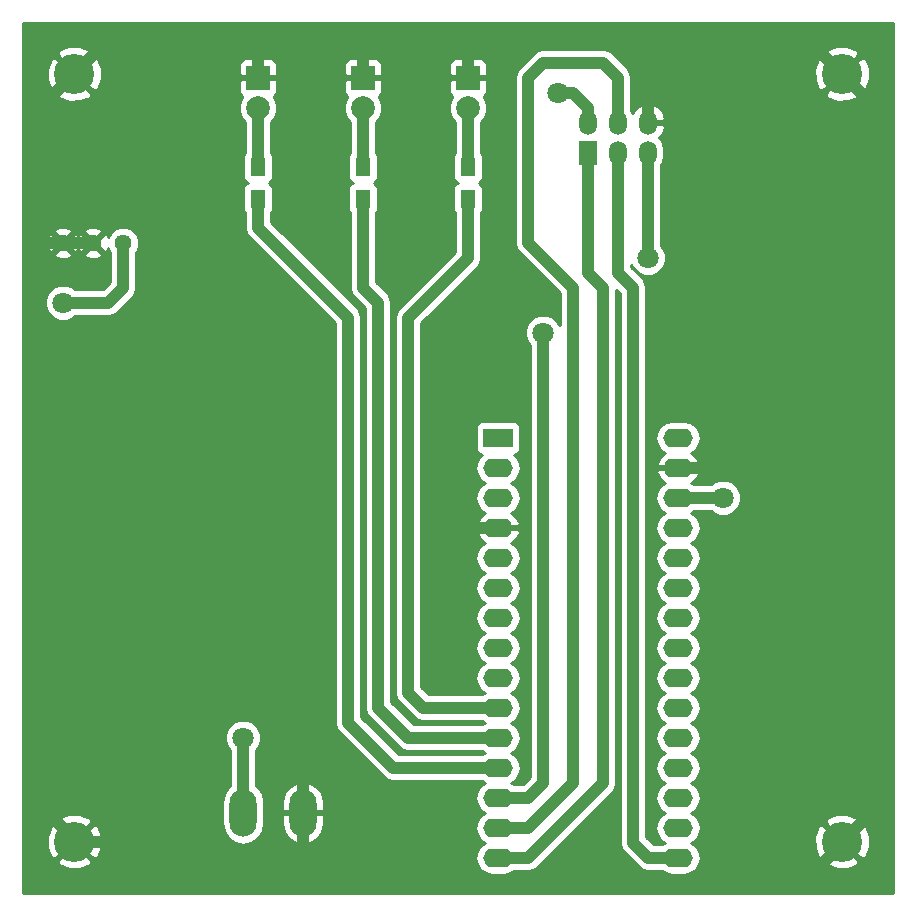
<source format=gbr>
G04 #@! TF.FileFunction,Copper,L2,Bot,Signal*
%FSLAX46Y46*%
G04 Gerber Fmt 4.6, Leading zero omitted, Abs format (unit mm)*
G04 Created by KiCad (PCBNEW 4.0.7) date 04/23/18 15:12:37*
%MOMM*%
%LPD*%
G01*
G04 APERTURE LIST*
%ADD10C,0.100000*%
%ADD11R,2.000000X2.000000*%
%ADD12C,2.000000*%
%ADD13C,3.400000*%
%ADD14O,2.300000X4.000000*%
%ADD15R,1.500000X2.000000*%
%ADD16O,1.500000X2.000000*%
%ADD17R,1.300000X1.500000*%
%ADD18C,1.440000*%
%ADD19R,2.500000X1.600000*%
%ADD20O,2.500000X1.600000*%
%ADD21C,1.800000*%
%ADD22C,1.000000*%
%ADD23C,0.254000*%
G04 APERTURE END LIST*
D10*
D11*
X158340000Y-60320000D03*
D12*
X158340000Y-62860000D03*
D11*
X149450000Y-60320000D03*
D12*
X149450000Y-62860000D03*
D11*
X140560000Y-60320000D03*
D12*
X140560000Y-62860000D03*
D13*
X190000000Y-60000000D03*
X125000000Y-60000000D03*
X125000000Y-125000000D03*
X190000000Y-125000000D03*
D14*
X139290000Y-122550000D03*
X144370000Y-122550000D03*
D15*
X168500000Y-66670000D03*
D16*
X168500000Y-64130000D03*
X171040000Y-66670000D03*
X171040000Y-64130000D03*
X173580000Y-66670000D03*
X173580000Y-64130000D03*
D17*
X158340000Y-67860000D03*
X158340000Y-70560000D03*
X149450000Y-67860000D03*
X149450000Y-70560000D03*
X140560000Y-67860000D03*
X140560000Y-70560000D03*
D18*
X129130000Y-74290000D03*
X126590000Y-74290000D03*
X124050000Y-74290000D03*
D19*
X160880000Y-90800000D03*
D20*
X160880000Y-93340000D03*
X160880000Y-95880000D03*
X160880000Y-98420000D03*
X160880000Y-100960000D03*
X160880000Y-103500000D03*
X160880000Y-106040000D03*
X160880000Y-108580000D03*
X160880000Y-111120000D03*
X160880000Y-113660000D03*
X160880000Y-116200000D03*
X160880000Y-118740000D03*
X160880000Y-121280000D03*
X160880000Y-123820000D03*
X160880000Y-126360000D03*
X176120000Y-126360000D03*
X176120000Y-123820000D03*
X176120000Y-121280000D03*
X176120000Y-118740000D03*
X176120000Y-116200000D03*
X176120000Y-113660000D03*
X176120000Y-111120000D03*
X176120000Y-108580000D03*
X176120000Y-106040000D03*
X176120000Y-103500000D03*
X176120000Y-100960000D03*
X176120000Y-98420000D03*
X176120000Y-95880000D03*
X176120000Y-93340000D03*
X176120000Y-90800000D03*
D21*
X157070000Y-98420000D03*
X144370000Y-116200000D03*
X192630000Y-95880000D03*
X179930000Y-95880000D03*
X139290000Y-116200000D03*
X165960000Y-61590000D03*
X164690000Y-81910000D03*
X173580000Y-75560000D03*
X124050000Y-79370000D03*
D22*
X190000000Y-125000000D02*
X190000000Y-125180000D01*
X190000000Y-125180000D02*
X187550000Y-127630000D01*
X154530000Y-126360000D02*
X144370000Y-126360000D01*
X157070000Y-128900000D02*
X154530000Y-126360000D01*
X178660000Y-128900000D02*
X157070000Y-128900000D01*
X179930000Y-127630000D02*
X178660000Y-128900000D01*
X187550000Y-127630000D02*
X179930000Y-127630000D01*
X158340000Y-56510000D02*
X158340000Y-60320000D01*
X140560000Y-56510000D02*
X140560000Y-60320000D01*
X160880000Y-98420000D02*
X157070000Y-98420000D01*
X144370000Y-122550000D02*
X144370000Y-116200000D01*
X124050000Y-74290000D02*
X121510000Y-74290000D01*
X125000000Y-125000000D02*
X125000000Y-124770000D01*
X125000000Y-124770000D02*
X121510000Y-121280000D01*
X121510000Y-121280000D02*
X121510000Y-74290000D01*
X121510000Y-63490000D02*
X125000000Y-60000000D01*
X121510000Y-74290000D02*
X121510000Y-63490000D01*
X140560000Y-56510000D02*
X128490000Y-56510000D01*
X128490000Y-56510000D02*
X125000000Y-60000000D01*
X176120000Y-93340000D02*
X192630000Y-93340000D01*
X192630000Y-95880000D02*
X192630000Y-93340000D01*
X192630000Y-93340000D02*
X192630000Y-62630000D01*
X192630000Y-62630000D02*
X190000000Y-60000000D01*
X192630000Y-95880000D02*
X192630000Y-122370000D01*
X192630000Y-122370000D02*
X190000000Y-125000000D01*
X173580000Y-64130000D02*
X173580000Y-56510000D01*
X149450000Y-60320000D02*
X149450000Y-56510000D01*
X186510000Y-56510000D02*
X190000000Y-60000000D01*
X173580000Y-56510000D02*
X186510000Y-56510000D01*
X140560000Y-56510000D02*
X149450000Y-56510000D01*
X149450000Y-56510000D02*
X158340000Y-56510000D01*
X158340000Y-56510000D02*
X173580000Y-56510000D01*
X144370000Y-122550000D02*
X144370000Y-126360000D01*
X127770000Y-125000000D02*
X125000000Y-125000000D01*
X129130000Y-126360000D02*
X127770000Y-125000000D01*
X144370000Y-126360000D02*
X129130000Y-126360000D01*
X126590000Y-74290000D02*
X124050000Y-74290000D01*
X176120000Y-95880000D02*
X179930000Y-95880000D01*
X139290000Y-122550000D02*
X139290000Y-116200000D01*
X168500000Y-64130000D02*
X168500000Y-62860000D01*
X167230000Y-61590000D02*
X165960000Y-61590000D01*
X168500000Y-62860000D02*
X167230000Y-61590000D01*
X158340000Y-62860000D02*
X158340000Y-67860000D01*
X149450000Y-62860000D02*
X149450000Y-67860000D01*
X140560000Y-62860000D02*
X140560000Y-67860000D01*
X168500000Y-66670000D02*
X168500000Y-76830000D01*
X163420000Y-126360000D02*
X169770000Y-120010000D01*
X169770000Y-120010000D02*
X169770000Y-81910000D01*
X163420000Y-126360000D02*
X160880000Y-126360000D01*
X169770000Y-78100000D02*
X169770000Y-81910000D01*
X168500000Y-76830000D02*
X169770000Y-78100000D01*
X171040000Y-66670000D02*
X171040000Y-76830000D01*
X173580000Y-126360000D02*
X172310000Y-125090000D01*
X172310000Y-125090000D02*
X172310000Y-81910000D01*
X173580000Y-126360000D02*
X176120000Y-126360000D01*
X172310000Y-78100000D02*
X172310000Y-81910000D01*
X171040000Y-76830000D02*
X172310000Y-78100000D01*
X171040000Y-64130000D02*
X171040000Y-60320000D01*
X163420000Y-123820000D02*
X167230000Y-120010000D01*
X167230000Y-120010000D02*
X167230000Y-81910000D01*
X163420000Y-123820000D02*
X160880000Y-123820000D01*
X167230000Y-78100000D02*
X167230000Y-81910000D01*
X163420000Y-74290000D02*
X167230000Y-78100000D01*
X163420000Y-60320000D02*
X163420000Y-74290000D01*
X164690000Y-59050000D02*
X163420000Y-60320000D01*
X169770000Y-59050000D02*
X164690000Y-59050000D01*
X171040000Y-60320000D02*
X169770000Y-59050000D01*
X163420000Y-121280000D02*
X164690000Y-120010000D01*
X164690000Y-120010000D02*
X164690000Y-81910000D01*
X160880000Y-121280000D02*
X163420000Y-121280000D01*
X173580000Y-75560000D02*
X173580000Y-66670000D01*
X129130000Y-78100000D02*
X129130000Y-74290000D01*
X127860000Y-79370000D02*
X129130000Y-78100000D01*
X124050000Y-79370000D02*
X127860000Y-79370000D01*
X158340000Y-70560000D02*
X158340000Y-75560000D01*
X153260000Y-80640000D02*
X153260000Y-112390000D01*
X154530000Y-113660000D02*
X153260000Y-112390000D01*
X154530000Y-113660000D02*
X160880000Y-113660000D01*
X158340000Y-75560000D02*
X153260000Y-80640000D01*
X150720000Y-113660000D02*
X150720000Y-79370000D01*
X153260000Y-116200000D02*
X150720000Y-113660000D01*
X160880000Y-116200000D02*
X153260000Y-116200000D01*
X149450000Y-78100000D02*
X149450000Y-70560000D01*
X150720000Y-79370000D02*
X149450000Y-78100000D01*
X140560000Y-70560000D02*
X140560000Y-73020000D01*
X148180000Y-80640000D02*
X140560000Y-73020000D01*
X151990000Y-118740000D02*
X160880000Y-118740000D01*
X151990000Y-118740000D02*
X148180000Y-114930000D01*
X148180000Y-114930000D02*
X148180000Y-80640000D01*
D23*
G36*
X194315000Y-129315000D02*
X120685000Y-129315000D01*
X120685000Y-126658422D01*
X123521183Y-126658422D01*
X123705371Y-126997970D01*
X124568509Y-127341316D01*
X125497336Y-127328218D01*
X126294629Y-126997970D01*
X126478817Y-126658422D01*
X125000000Y-125179605D01*
X123521183Y-126658422D01*
X120685000Y-126658422D01*
X120685000Y-124568509D01*
X122658684Y-124568509D01*
X122671782Y-125497336D01*
X123002030Y-126294629D01*
X123341578Y-126478817D01*
X124820395Y-125000000D01*
X125179605Y-125000000D01*
X126658422Y-126478817D01*
X126997970Y-126294629D01*
X127341316Y-125431491D01*
X127328218Y-124502664D01*
X126997970Y-123705371D01*
X126658422Y-123521183D01*
X125179605Y-125000000D01*
X124820395Y-125000000D01*
X123341578Y-123521183D01*
X123002030Y-123705371D01*
X122658684Y-124568509D01*
X120685000Y-124568509D01*
X120685000Y-123341578D01*
X123521183Y-123341578D01*
X125000000Y-124820395D01*
X126478817Y-123341578D01*
X126294629Y-123002030D01*
X125431491Y-122658684D01*
X124502664Y-122671782D01*
X123705371Y-123002030D01*
X123521183Y-123341578D01*
X120685000Y-123341578D01*
X120685000Y-121648377D01*
X137505000Y-121648377D01*
X137505000Y-123451623D01*
X137640875Y-124134713D01*
X138027814Y-124713809D01*
X138606910Y-125100748D01*
X139290000Y-125236623D01*
X139973090Y-125100748D01*
X140552186Y-124713809D01*
X140939125Y-124134713D01*
X141075000Y-123451623D01*
X141075000Y-122677000D01*
X142585000Y-122677000D01*
X142585000Y-123527000D01*
X142769476Y-124200423D01*
X143197617Y-124751988D01*
X143804243Y-125097726D01*
X143966036Y-125138688D01*
X144243000Y-125021283D01*
X144243000Y-122677000D01*
X144497000Y-122677000D01*
X144497000Y-125021283D01*
X144773964Y-125138688D01*
X144935757Y-125097726D01*
X145542383Y-124751988D01*
X145970524Y-124200423D01*
X146155000Y-123527000D01*
X146155000Y-122677000D01*
X144497000Y-122677000D01*
X144243000Y-122677000D01*
X142585000Y-122677000D01*
X141075000Y-122677000D01*
X141075000Y-121648377D01*
X141060007Y-121573000D01*
X142585000Y-121573000D01*
X142585000Y-122423000D01*
X144243000Y-122423000D01*
X144243000Y-120078717D01*
X144497000Y-120078717D01*
X144497000Y-122423000D01*
X146155000Y-122423000D01*
X146155000Y-121573000D01*
X145970524Y-120899577D01*
X145542383Y-120348012D01*
X144935757Y-120002274D01*
X144773964Y-119961312D01*
X144497000Y-120078717D01*
X144243000Y-120078717D01*
X143966036Y-119961312D01*
X143804243Y-120002274D01*
X143197617Y-120348012D01*
X142769476Y-120899577D01*
X142585000Y-121573000D01*
X141060007Y-121573000D01*
X140939125Y-120965287D01*
X140552186Y-120386191D01*
X140425000Y-120301208D01*
X140425000Y-117235905D01*
X140590551Y-117070643D01*
X140824733Y-116506670D01*
X140825265Y-115896009D01*
X140592068Y-115331629D01*
X140160643Y-114899449D01*
X139596670Y-114665267D01*
X138986009Y-114664735D01*
X138421629Y-114897932D01*
X137989449Y-115329357D01*
X137755267Y-115893330D01*
X137754735Y-116503991D01*
X137987932Y-117068371D01*
X138155000Y-117235731D01*
X138155000Y-120301208D01*
X138027814Y-120386191D01*
X137640875Y-120965287D01*
X137505000Y-121648377D01*
X120685000Y-121648377D01*
X120685000Y-79673991D01*
X122514735Y-79673991D01*
X122747932Y-80238371D01*
X123179357Y-80670551D01*
X123743330Y-80904733D01*
X124353991Y-80905265D01*
X124918371Y-80672068D01*
X125085731Y-80505000D01*
X127860000Y-80505000D01*
X128294346Y-80418603D01*
X128662566Y-80172566D01*
X129932566Y-78902566D01*
X130156494Y-78567434D01*
X130178603Y-78534346D01*
X130265000Y-78100000D01*
X130265000Y-75071568D01*
X130278043Y-75058548D01*
X130484764Y-74560709D01*
X130485235Y-74021656D01*
X130279383Y-73523457D01*
X129898548Y-73141957D01*
X129400709Y-72935236D01*
X128861656Y-72934765D01*
X128363457Y-73140617D01*
X127981957Y-73521452D01*
X127866661Y-73799116D01*
X127777611Y-73584131D01*
X127539774Y-73519831D01*
X126769605Y-74290000D01*
X127539774Y-75060169D01*
X127777611Y-74995869D01*
X127859669Y-74763828D01*
X127980617Y-75056543D01*
X127995000Y-75070951D01*
X127995000Y-77629868D01*
X127389868Y-78235000D01*
X125085905Y-78235000D01*
X124920643Y-78069449D01*
X124356670Y-77835267D01*
X123746009Y-77834735D01*
X123181629Y-78067932D01*
X122749449Y-78499357D01*
X122515267Y-79063330D01*
X122514735Y-79673991D01*
X120685000Y-79673991D01*
X120685000Y-75239774D01*
X123279831Y-75239774D01*
X123344131Y-75477611D01*
X123852342Y-75657333D01*
X124390644Y-75628892D01*
X124755869Y-75477611D01*
X124820169Y-75239774D01*
X125819831Y-75239774D01*
X125884131Y-75477611D01*
X126392342Y-75657333D01*
X126930644Y-75628892D01*
X127295869Y-75477611D01*
X127360169Y-75239774D01*
X126590000Y-74469605D01*
X125819831Y-75239774D01*
X124820169Y-75239774D01*
X124050000Y-74469605D01*
X123279831Y-75239774D01*
X120685000Y-75239774D01*
X120685000Y-74092342D01*
X122682667Y-74092342D01*
X122711108Y-74630644D01*
X122862389Y-74995869D01*
X123100226Y-75060169D01*
X123870395Y-74290000D01*
X124229605Y-74290000D01*
X124999774Y-75060169D01*
X125237611Y-74995869D01*
X125313500Y-74781272D01*
X125402389Y-74995869D01*
X125640226Y-75060169D01*
X126410395Y-74290000D01*
X125640226Y-73519831D01*
X125402389Y-73584131D01*
X125326500Y-73798728D01*
X125237611Y-73584131D01*
X124999774Y-73519831D01*
X124229605Y-74290000D01*
X123870395Y-74290000D01*
X123100226Y-73519831D01*
X122862389Y-73584131D01*
X122682667Y-74092342D01*
X120685000Y-74092342D01*
X120685000Y-73340226D01*
X123279831Y-73340226D01*
X124050000Y-74110395D01*
X124820169Y-73340226D01*
X125819831Y-73340226D01*
X126590000Y-74110395D01*
X127360169Y-73340226D01*
X127295869Y-73102389D01*
X126787658Y-72922667D01*
X126249356Y-72951108D01*
X125884131Y-73102389D01*
X125819831Y-73340226D01*
X124820169Y-73340226D01*
X124755869Y-73102389D01*
X124247658Y-72922667D01*
X123709356Y-72951108D01*
X123344131Y-73102389D01*
X123279831Y-73340226D01*
X120685000Y-73340226D01*
X120685000Y-63183795D01*
X138924716Y-63183795D01*
X139173106Y-63784943D01*
X139425000Y-64037278D01*
X139425000Y-66695025D01*
X139313569Y-66858110D01*
X139262560Y-67110000D01*
X139262560Y-68610000D01*
X139306838Y-68845317D01*
X139445910Y-69061441D01*
X139658110Y-69206431D01*
X139671197Y-69209081D01*
X139458559Y-69345910D01*
X139313569Y-69558110D01*
X139262560Y-69810000D01*
X139262560Y-71310000D01*
X139306838Y-71545317D01*
X139425000Y-71728946D01*
X139425000Y-73020000D01*
X139511397Y-73454346D01*
X139533506Y-73487434D01*
X139757434Y-73822566D01*
X147045000Y-81110132D01*
X147045000Y-114930000D01*
X147131397Y-115364346D01*
X147377434Y-115732566D01*
X151187434Y-119542566D01*
X151555655Y-119788604D01*
X151990000Y-119875000D01*
X159558417Y-119875000D01*
X159760459Y-120010000D01*
X159378373Y-120265302D01*
X159067304Y-120730849D01*
X158958071Y-121280000D01*
X159067304Y-121829151D01*
X159378373Y-122294698D01*
X159760459Y-122550000D01*
X159378373Y-122805302D01*
X159067304Y-123270849D01*
X158958071Y-123820000D01*
X159067304Y-124369151D01*
X159378373Y-124834698D01*
X159760459Y-125090000D01*
X159378373Y-125345302D01*
X159067304Y-125810849D01*
X158958071Y-126360000D01*
X159067304Y-126909151D01*
X159378373Y-127374698D01*
X159843920Y-127685767D01*
X160393071Y-127795000D01*
X161366929Y-127795000D01*
X161916080Y-127685767D01*
X162201583Y-127495000D01*
X163420000Y-127495000D01*
X163854346Y-127408603D01*
X164222566Y-127162566D01*
X170572566Y-120812566D01*
X170818603Y-120444346D01*
X170905000Y-120010000D01*
X170905000Y-78300132D01*
X171175000Y-78570132D01*
X171175000Y-125090000D01*
X171261397Y-125524346D01*
X171507434Y-125892566D01*
X172777434Y-127162566D01*
X173145654Y-127408603D01*
X173580000Y-127495000D01*
X174798417Y-127495000D01*
X175083920Y-127685767D01*
X175633071Y-127795000D01*
X176606929Y-127795000D01*
X177156080Y-127685767D01*
X177621627Y-127374698D01*
X177932696Y-126909151D01*
X177982569Y-126658422D01*
X188521183Y-126658422D01*
X188705371Y-126997970D01*
X189568509Y-127341316D01*
X190497336Y-127328218D01*
X191294629Y-126997970D01*
X191478817Y-126658422D01*
X190000000Y-125179605D01*
X188521183Y-126658422D01*
X177982569Y-126658422D01*
X178041929Y-126360000D01*
X177932696Y-125810849D01*
X177621627Y-125345302D01*
X177239541Y-125090000D01*
X177621627Y-124834698D01*
X177799489Y-124568509D01*
X187658684Y-124568509D01*
X187671782Y-125497336D01*
X188002030Y-126294629D01*
X188341578Y-126478817D01*
X189820395Y-125000000D01*
X190179605Y-125000000D01*
X191658422Y-126478817D01*
X191997970Y-126294629D01*
X192341316Y-125431491D01*
X192328218Y-124502664D01*
X191997970Y-123705371D01*
X191658422Y-123521183D01*
X190179605Y-125000000D01*
X189820395Y-125000000D01*
X188341578Y-123521183D01*
X188002030Y-123705371D01*
X187658684Y-124568509D01*
X177799489Y-124568509D01*
X177932696Y-124369151D01*
X178041929Y-123820000D01*
X177946765Y-123341578D01*
X188521183Y-123341578D01*
X190000000Y-124820395D01*
X191478817Y-123341578D01*
X191294629Y-123002030D01*
X190431491Y-122658684D01*
X189502664Y-122671782D01*
X188705371Y-123002030D01*
X188521183Y-123341578D01*
X177946765Y-123341578D01*
X177932696Y-123270849D01*
X177621627Y-122805302D01*
X177239541Y-122550000D01*
X177621627Y-122294698D01*
X177932696Y-121829151D01*
X178041929Y-121280000D01*
X177932696Y-120730849D01*
X177621627Y-120265302D01*
X177239541Y-120010000D01*
X177621627Y-119754698D01*
X177932696Y-119289151D01*
X178041929Y-118740000D01*
X177932696Y-118190849D01*
X177621627Y-117725302D01*
X177239541Y-117470000D01*
X177621627Y-117214698D01*
X177932696Y-116749151D01*
X178041929Y-116200000D01*
X177932696Y-115650849D01*
X177621627Y-115185302D01*
X177239541Y-114930000D01*
X177621627Y-114674698D01*
X177932696Y-114209151D01*
X178041929Y-113660000D01*
X177932696Y-113110849D01*
X177621627Y-112645302D01*
X177239541Y-112390000D01*
X177621627Y-112134698D01*
X177932696Y-111669151D01*
X178041929Y-111120000D01*
X177932696Y-110570849D01*
X177621627Y-110105302D01*
X177239541Y-109850000D01*
X177621627Y-109594698D01*
X177932696Y-109129151D01*
X178041929Y-108580000D01*
X177932696Y-108030849D01*
X177621627Y-107565302D01*
X177239541Y-107310000D01*
X177621627Y-107054698D01*
X177932696Y-106589151D01*
X178041929Y-106040000D01*
X177932696Y-105490849D01*
X177621627Y-105025302D01*
X177239541Y-104770000D01*
X177621627Y-104514698D01*
X177932696Y-104049151D01*
X178041929Y-103500000D01*
X177932696Y-102950849D01*
X177621627Y-102485302D01*
X177239541Y-102230000D01*
X177621627Y-101974698D01*
X177932696Y-101509151D01*
X178041929Y-100960000D01*
X177932696Y-100410849D01*
X177621627Y-99945302D01*
X177239541Y-99690000D01*
X177621627Y-99434698D01*
X177932696Y-98969151D01*
X178041929Y-98420000D01*
X177932696Y-97870849D01*
X177621627Y-97405302D01*
X177239541Y-97150000D01*
X177441583Y-97015000D01*
X178894095Y-97015000D01*
X179059357Y-97180551D01*
X179623330Y-97414733D01*
X180233991Y-97415265D01*
X180798371Y-97182068D01*
X181230551Y-96750643D01*
X181464733Y-96186670D01*
X181465265Y-95576009D01*
X181232068Y-95011629D01*
X180800643Y-94579449D01*
X180236670Y-94345267D01*
X179626009Y-94344735D01*
X179061629Y-94577932D01*
X178894269Y-94745000D01*
X177441583Y-94745000D01*
X177242738Y-94612136D01*
X177674500Y-94264896D01*
X177944367Y-93771819D01*
X177961904Y-93689039D01*
X177839915Y-93467000D01*
X176247000Y-93467000D01*
X176247000Y-93487000D01*
X175993000Y-93487000D01*
X175993000Y-93467000D01*
X174400085Y-93467000D01*
X174278096Y-93689039D01*
X174295633Y-93771819D01*
X174565500Y-94264896D01*
X174997262Y-94612136D01*
X174618373Y-94865302D01*
X174307304Y-95330849D01*
X174198071Y-95880000D01*
X174307304Y-96429151D01*
X174618373Y-96894698D01*
X175000459Y-97150000D01*
X174618373Y-97405302D01*
X174307304Y-97870849D01*
X174198071Y-98420000D01*
X174307304Y-98969151D01*
X174618373Y-99434698D01*
X175000459Y-99690000D01*
X174618373Y-99945302D01*
X174307304Y-100410849D01*
X174198071Y-100960000D01*
X174307304Y-101509151D01*
X174618373Y-101974698D01*
X175000459Y-102230000D01*
X174618373Y-102485302D01*
X174307304Y-102950849D01*
X174198071Y-103500000D01*
X174307304Y-104049151D01*
X174618373Y-104514698D01*
X175000459Y-104770000D01*
X174618373Y-105025302D01*
X174307304Y-105490849D01*
X174198071Y-106040000D01*
X174307304Y-106589151D01*
X174618373Y-107054698D01*
X175000459Y-107310000D01*
X174618373Y-107565302D01*
X174307304Y-108030849D01*
X174198071Y-108580000D01*
X174307304Y-109129151D01*
X174618373Y-109594698D01*
X175000459Y-109850000D01*
X174618373Y-110105302D01*
X174307304Y-110570849D01*
X174198071Y-111120000D01*
X174307304Y-111669151D01*
X174618373Y-112134698D01*
X175000459Y-112390000D01*
X174618373Y-112645302D01*
X174307304Y-113110849D01*
X174198071Y-113660000D01*
X174307304Y-114209151D01*
X174618373Y-114674698D01*
X175000459Y-114930000D01*
X174618373Y-115185302D01*
X174307304Y-115650849D01*
X174198071Y-116200000D01*
X174307304Y-116749151D01*
X174618373Y-117214698D01*
X175000459Y-117470000D01*
X174618373Y-117725302D01*
X174307304Y-118190849D01*
X174198071Y-118740000D01*
X174307304Y-119289151D01*
X174618373Y-119754698D01*
X175000459Y-120010000D01*
X174618373Y-120265302D01*
X174307304Y-120730849D01*
X174198071Y-121280000D01*
X174307304Y-121829151D01*
X174618373Y-122294698D01*
X175000459Y-122550000D01*
X174618373Y-122805302D01*
X174307304Y-123270849D01*
X174198071Y-123820000D01*
X174307304Y-124369151D01*
X174618373Y-124834698D01*
X175000459Y-125090000D01*
X174798417Y-125225000D01*
X174050132Y-125225000D01*
X173445000Y-124619868D01*
X173445000Y-90800000D01*
X174198071Y-90800000D01*
X174307304Y-91349151D01*
X174618373Y-91814698D01*
X174997262Y-92067864D01*
X174565500Y-92415104D01*
X174295633Y-92908181D01*
X174278096Y-92990961D01*
X174400085Y-93213000D01*
X175993000Y-93213000D01*
X175993000Y-93193000D01*
X176247000Y-93193000D01*
X176247000Y-93213000D01*
X177839915Y-93213000D01*
X177961904Y-92990961D01*
X177944367Y-92908181D01*
X177674500Y-92415104D01*
X177242738Y-92067864D01*
X177621627Y-91814698D01*
X177932696Y-91349151D01*
X178041929Y-90800000D01*
X177932696Y-90250849D01*
X177621627Y-89785302D01*
X177156080Y-89474233D01*
X176606929Y-89365000D01*
X175633071Y-89365000D01*
X175083920Y-89474233D01*
X174618373Y-89785302D01*
X174307304Y-90250849D01*
X174198071Y-90800000D01*
X173445000Y-90800000D01*
X173445000Y-78100000D01*
X173358603Y-77665654D01*
X173112566Y-77297434D01*
X172175000Y-76359868D01*
X172175000Y-76179256D01*
X172277932Y-76428371D01*
X172709357Y-76860551D01*
X173273330Y-77094733D01*
X173883991Y-77095265D01*
X174448371Y-76862068D01*
X174880551Y-76430643D01*
X175114733Y-75866670D01*
X175115265Y-75256009D01*
X174882068Y-74691629D01*
X174715000Y-74524269D01*
X174715000Y-67698418D01*
X174859573Y-67482049D01*
X174965000Y-66952032D01*
X174965000Y-66387968D01*
X174859573Y-65857951D01*
X174559343Y-65408625D01*
X174530446Y-65389317D01*
X174829964Y-65001721D01*
X174972739Y-64476055D01*
X174811868Y-64257000D01*
X173707000Y-64257000D01*
X173707000Y-64277000D01*
X173453000Y-64277000D01*
X173453000Y-64257000D01*
X173433000Y-64257000D01*
X173433000Y-64003000D01*
X173453000Y-64003000D01*
X173453000Y-62660344D01*
X173707000Y-62660344D01*
X173707000Y-64003000D01*
X174811868Y-64003000D01*
X174972739Y-63783945D01*
X174829964Y-63258279D01*
X174496894Y-62827264D01*
X174024235Y-62556519D01*
X173921185Y-62537682D01*
X173707000Y-62660344D01*
X173453000Y-62660344D01*
X173238815Y-62537682D01*
X173135765Y-62556519D01*
X172663106Y-62827264D01*
X172330036Y-63258279D01*
X172315489Y-63311839D01*
X172175000Y-63101582D01*
X172175000Y-61658422D01*
X188521183Y-61658422D01*
X188705371Y-61997970D01*
X189568509Y-62341316D01*
X190497336Y-62328218D01*
X191294629Y-61997970D01*
X191478817Y-61658422D01*
X190000000Y-60179605D01*
X188521183Y-61658422D01*
X172175000Y-61658422D01*
X172175000Y-60320000D01*
X172088603Y-59885654D01*
X171876694Y-59568509D01*
X187658684Y-59568509D01*
X187671782Y-60497336D01*
X188002030Y-61294629D01*
X188341578Y-61478817D01*
X189820395Y-60000000D01*
X190179605Y-60000000D01*
X191658422Y-61478817D01*
X191997970Y-61294629D01*
X192341316Y-60431491D01*
X192328218Y-59502664D01*
X191997970Y-58705371D01*
X191658422Y-58521183D01*
X190179605Y-60000000D01*
X189820395Y-60000000D01*
X188341578Y-58521183D01*
X188002030Y-58705371D01*
X187658684Y-59568509D01*
X171876694Y-59568509D01*
X171842566Y-59517434D01*
X170666710Y-58341578D01*
X188521183Y-58341578D01*
X190000000Y-59820395D01*
X191478817Y-58341578D01*
X191294629Y-58002030D01*
X190431491Y-57658684D01*
X189502664Y-57671782D01*
X188705371Y-58002030D01*
X188521183Y-58341578D01*
X170666710Y-58341578D01*
X170572566Y-58247434D01*
X170204346Y-58001397D01*
X169770000Y-57915000D01*
X164690000Y-57915000D01*
X164255654Y-58001397D01*
X163887434Y-58247434D01*
X162617434Y-59517434D01*
X162371397Y-59885654D01*
X162285000Y-60320000D01*
X162285000Y-74290000D01*
X162371397Y-74724346D01*
X162393506Y-74757434D01*
X162617434Y-75092566D01*
X166095000Y-78570132D01*
X166095000Y-81290744D01*
X165992068Y-81041629D01*
X165560643Y-80609449D01*
X164996670Y-80375267D01*
X164386009Y-80374735D01*
X163821629Y-80607932D01*
X163389449Y-81039357D01*
X163155267Y-81603330D01*
X163154735Y-82213991D01*
X163387932Y-82778371D01*
X163555000Y-82945731D01*
X163555000Y-119539868D01*
X162949868Y-120145000D01*
X162201583Y-120145000D01*
X161999541Y-120010000D01*
X162381627Y-119754698D01*
X162692696Y-119289151D01*
X162801929Y-118740000D01*
X162692696Y-118190849D01*
X162381627Y-117725302D01*
X161999541Y-117470000D01*
X162381627Y-117214698D01*
X162692696Y-116749151D01*
X162801929Y-116200000D01*
X162692696Y-115650849D01*
X162381627Y-115185302D01*
X161999541Y-114930000D01*
X162381627Y-114674698D01*
X162692696Y-114209151D01*
X162801929Y-113660000D01*
X162692696Y-113110849D01*
X162381627Y-112645302D01*
X161999541Y-112390000D01*
X162381627Y-112134698D01*
X162692696Y-111669151D01*
X162801929Y-111120000D01*
X162692696Y-110570849D01*
X162381627Y-110105302D01*
X161999541Y-109850000D01*
X162381627Y-109594698D01*
X162692696Y-109129151D01*
X162801929Y-108580000D01*
X162692696Y-108030849D01*
X162381627Y-107565302D01*
X161999541Y-107310000D01*
X162381627Y-107054698D01*
X162692696Y-106589151D01*
X162801929Y-106040000D01*
X162692696Y-105490849D01*
X162381627Y-105025302D01*
X161999541Y-104770000D01*
X162381627Y-104514698D01*
X162692696Y-104049151D01*
X162801929Y-103500000D01*
X162692696Y-102950849D01*
X162381627Y-102485302D01*
X161999541Y-102230000D01*
X162381627Y-101974698D01*
X162692696Y-101509151D01*
X162801929Y-100960000D01*
X162692696Y-100410849D01*
X162381627Y-99945302D01*
X162002738Y-99692136D01*
X162434500Y-99344896D01*
X162704367Y-98851819D01*
X162721904Y-98769039D01*
X162599915Y-98547000D01*
X161007000Y-98547000D01*
X161007000Y-98567000D01*
X160753000Y-98567000D01*
X160753000Y-98547000D01*
X159160085Y-98547000D01*
X159038096Y-98769039D01*
X159055633Y-98851819D01*
X159325500Y-99344896D01*
X159757262Y-99692136D01*
X159378373Y-99945302D01*
X159067304Y-100410849D01*
X158958071Y-100960000D01*
X159067304Y-101509151D01*
X159378373Y-101974698D01*
X159760459Y-102230000D01*
X159378373Y-102485302D01*
X159067304Y-102950849D01*
X158958071Y-103500000D01*
X159067304Y-104049151D01*
X159378373Y-104514698D01*
X159760459Y-104770000D01*
X159378373Y-105025302D01*
X159067304Y-105490849D01*
X158958071Y-106040000D01*
X159067304Y-106589151D01*
X159378373Y-107054698D01*
X159760459Y-107310000D01*
X159378373Y-107565302D01*
X159067304Y-108030849D01*
X158958071Y-108580000D01*
X159067304Y-109129151D01*
X159378373Y-109594698D01*
X159760459Y-109850000D01*
X159378373Y-110105302D01*
X159067304Y-110570849D01*
X158958071Y-111120000D01*
X159067304Y-111669151D01*
X159378373Y-112134698D01*
X159760459Y-112390000D01*
X159558417Y-112525000D01*
X155000132Y-112525000D01*
X154395000Y-111919868D01*
X154395000Y-93340000D01*
X158958071Y-93340000D01*
X159067304Y-93889151D01*
X159378373Y-94354698D01*
X159760459Y-94610000D01*
X159378373Y-94865302D01*
X159067304Y-95330849D01*
X158958071Y-95880000D01*
X159067304Y-96429151D01*
X159378373Y-96894698D01*
X159757262Y-97147864D01*
X159325500Y-97495104D01*
X159055633Y-97988181D01*
X159038096Y-98070961D01*
X159160085Y-98293000D01*
X160753000Y-98293000D01*
X160753000Y-98273000D01*
X161007000Y-98273000D01*
X161007000Y-98293000D01*
X162599915Y-98293000D01*
X162721904Y-98070961D01*
X162704367Y-97988181D01*
X162434500Y-97495104D01*
X162002738Y-97147864D01*
X162381627Y-96894698D01*
X162692696Y-96429151D01*
X162801929Y-95880000D01*
X162692696Y-95330849D01*
X162381627Y-94865302D01*
X161999541Y-94610000D01*
X162381627Y-94354698D01*
X162692696Y-93889151D01*
X162801929Y-93340000D01*
X162692696Y-92790849D01*
X162381627Y-92325302D01*
X162235413Y-92227605D01*
X162365317Y-92203162D01*
X162581441Y-92064090D01*
X162726431Y-91851890D01*
X162777440Y-91600000D01*
X162777440Y-90000000D01*
X162733162Y-89764683D01*
X162594090Y-89548559D01*
X162381890Y-89403569D01*
X162130000Y-89352560D01*
X159630000Y-89352560D01*
X159394683Y-89396838D01*
X159178559Y-89535910D01*
X159033569Y-89748110D01*
X158982560Y-90000000D01*
X158982560Y-91600000D01*
X159026838Y-91835317D01*
X159165910Y-92051441D01*
X159378110Y-92196431D01*
X159526323Y-92226445D01*
X159378373Y-92325302D01*
X159067304Y-92790849D01*
X158958071Y-93340000D01*
X154395000Y-93340000D01*
X154395000Y-81110132D01*
X159142566Y-76362566D01*
X159366494Y-76027434D01*
X159388603Y-75994346D01*
X159475000Y-75560000D01*
X159475000Y-71724975D01*
X159586431Y-71561890D01*
X159637440Y-71310000D01*
X159637440Y-69810000D01*
X159593162Y-69574683D01*
X159454090Y-69358559D01*
X159241890Y-69213569D01*
X159228803Y-69210919D01*
X159441441Y-69074090D01*
X159586431Y-68861890D01*
X159637440Y-68610000D01*
X159637440Y-67110000D01*
X159593162Y-66874683D01*
X159475000Y-66691054D01*
X159475000Y-64037204D01*
X159725278Y-63787363D01*
X159974716Y-63186648D01*
X159975284Y-62536205D01*
X159726894Y-61935057D01*
X159664749Y-61872804D01*
X159699699Y-61858327D01*
X159878327Y-61679698D01*
X159975000Y-61446309D01*
X159975000Y-60605750D01*
X159816250Y-60447000D01*
X158467000Y-60447000D01*
X158467000Y-60467000D01*
X158213000Y-60467000D01*
X158213000Y-60447000D01*
X156863750Y-60447000D01*
X156705000Y-60605750D01*
X156705000Y-61446309D01*
X156801673Y-61679698D01*
X156980301Y-61858327D01*
X157014833Y-61872631D01*
X156954722Y-61932637D01*
X156705284Y-62533352D01*
X156704716Y-63183795D01*
X156953106Y-63784943D01*
X157205000Y-64037278D01*
X157205000Y-66695025D01*
X157093569Y-66858110D01*
X157042560Y-67110000D01*
X157042560Y-68610000D01*
X157086838Y-68845317D01*
X157225910Y-69061441D01*
X157438110Y-69206431D01*
X157451197Y-69209081D01*
X157238559Y-69345910D01*
X157093569Y-69558110D01*
X157042560Y-69810000D01*
X157042560Y-71310000D01*
X157086838Y-71545317D01*
X157205000Y-71728946D01*
X157205000Y-75089868D01*
X152457434Y-79837434D01*
X152211397Y-80205654D01*
X152125000Y-80640000D01*
X152125000Y-112390000D01*
X152211397Y-112824346D01*
X152457434Y-113192566D01*
X153727434Y-114462566D01*
X154095654Y-114708603D01*
X154530000Y-114795000D01*
X159558417Y-114795000D01*
X159760459Y-114930000D01*
X159558417Y-115065000D01*
X153730133Y-115065000D01*
X151855000Y-113189868D01*
X151855000Y-79370000D01*
X151768603Y-78935654D01*
X151522566Y-78567434D01*
X150585000Y-77629868D01*
X150585000Y-71724975D01*
X150696431Y-71561890D01*
X150747440Y-71310000D01*
X150747440Y-69810000D01*
X150703162Y-69574683D01*
X150564090Y-69358559D01*
X150351890Y-69213569D01*
X150338803Y-69210919D01*
X150551441Y-69074090D01*
X150696431Y-68861890D01*
X150747440Y-68610000D01*
X150747440Y-67110000D01*
X150703162Y-66874683D01*
X150585000Y-66691054D01*
X150585000Y-64037204D01*
X150835278Y-63787363D01*
X151084716Y-63186648D01*
X151085284Y-62536205D01*
X150836894Y-61935057D01*
X150774749Y-61872804D01*
X150809699Y-61858327D01*
X150988327Y-61679698D01*
X151085000Y-61446309D01*
X151085000Y-60605750D01*
X150926250Y-60447000D01*
X149577000Y-60447000D01*
X149577000Y-60467000D01*
X149323000Y-60467000D01*
X149323000Y-60447000D01*
X147973750Y-60447000D01*
X147815000Y-60605750D01*
X147815000Y-61446309D01*
X147911673Y-61679698D01*
X148090301Y-61858327D01*
X148124833Y-61872631D01*
X148064722Y-61932637D01*
X147815284Y-62533352D01*
X147814716Y-63183795D01*
X148063106Y-63784943D01*
X148315000Y-64037278D01*
X148315000Y-66695025D01*
X148203569Y-66858110D01*
X148152560Y-67110000D01*
X148152560Y-68610000D01*
X148196838Y-68845317D01*
X148335910Y-69061441D01*
X148548110Y-69206431D01*
X148561197Y-69209081D01*
X148348559Y-69345910D01*
X148203569Y-69558110D01*
X148152560Y-69810000D01*
X148152560Y-71310000D01*
X148196838Y-71545317D01*
X148315000Y-71728946D01*
X148315000Y-78100000D01*
X148401397Y-78534346D01*
X148423506Y-78567434D01*
X148647434Y-78902566D01*
X149585000Y-79840132D01*
X149585000Y-113660000D01*
X149671397Y-114094346D01*
X149917434Y-114462566D01*
X152457433Y-117002566D01*
X152825654Y-117248603D01*
X153260000Y-117335000D01*
X159558417Y-117335000D01*
X159760459Y-117470000D01*
X159558417Y-117605000D01*
X152460132Y-117605000D01*
X149315000Y-114459868D01*
X149315000Y-80640000D01*
X149228603Y-80205654D01*
X148982566Y-79837434D01*
X141695000Y-72549868D01*
X141695000Y-71724975D01*
X141806431Y-71561890D01*
X141857440Y-71310000D01*
X141857440Y-69810000D01*
X141813162Y-69574683D01*
X141674090Y-69358559D01*
X141461890Y-69213569D01*
X141448803Y-69210919D01*
X141661441Y-69074090D01*
X141806431Y-68861890D01*
X141857440Y-68610000D01*
X141857440Y-67110000D01*
X141813162Y-66874683D01*
X141695000Y-66691054D01*
X141695000Y-64037204D01*
X141945278Y-63787363D01*
X142194716Y-63186648D01*
X142195284Y-62536205D01*
X141946894Y-61935057D01*
X141884749Y-61872804D01*
X141919699Y-61858327D01*
X142098327Y-61679698D01*
X142195000Y-61446309D01*
X142195000Y-60605750D01*
X142036250Y-60447000D01*
X140687000Y-60447000D01*
X140687000Y-60467000D01*
X140433000Y-60467000D01*
X140433000Y-60447000D01*
X139083750Y-60447000D01*
X138925000Y-60605750D01*
X138925000Y-61446309D01*
X139021673Y-61679698D01*
X139200301Y-61858327D01*
X139234833Y-61872631D01*
X139174722Y-61932637D01*
X138925284Y-62533352D01*
X138924716Y-63183795D01*
X120685000Y-63183795D01*
X120685000Y-61658422D01*
X123521183Y-61658422D01*
X123705371Y-61997970D01*
X124568509Y-62341316D01*
X125497336Y-62328218D01*
X126294629Y-61997970D01*
X126478817Y-61658422D01*
X125000000Y-60179605D01*
X123521183Y-61658422D01*
X120685000Y-61658422D01*
X120685000Y-59568509D01*
X122658684Y-59568509D01*
X122671782Y-60497336D01*
X123002030Y-61294629D01*
X123341578Y-61478817D01*
X124820395Y-60000000D01*
X125179605Y-60000000D01*
X126658422Y-61478817D01*
X126997970Y-61294629D01*
X127341316Y-60431491D01*
X127328218Y-59502664D01*
X127200238Y-59193691D01*
X138925000Y-59193691D01*
X138925000Y-60034250D01*
X139083750Y-60193000D01*
X140433000Y-60193000D01*
X140433000Y-58843750D01*
X140687000Y-58843750D01*
X140687000Y-60193000D01*
X142036250Y-60193000D01*
X142195000Y-60034250D01*
X142195000Y-59193691D01*
X147815000Y-59193691D01*
X147815000Y-60034250D01*
X147973750Y-60193000D01*
X149323000Y-60193000D01*
X149323000Y-58843750D01*
X149577000Y-58843750D01*
X149577000Y-60193000D01*
X150926250Y-60193000D01*
X151085000Y-60034250D01*
X151085000Y-59193691D01*
X156705000Y-59193691D01*
X156705000Y-60034250D01*
X156863750Y-60193000D01*
X158213000Y-60193000D01*
X158213000Y-58843750D01*
X158467000Y-58843750D01*
X158467000Y-60193000D01*
X159816250Y-60193000D01*
X159975000Y-60034250D01*
X159975000Y-59193691D01*
X159878327Y-58960302D01*
X159699699Y-58781673D01*
X159466310Y-58685000D01*
X158625750Y-58685000D01*
X158467000Y-58843750D01*
X158213000Y-58843750D01*
X158054250Y-58685000D01*
X157213690Y-58685000D01*
X156980301Y-58781673D01*
X156801673Y-58960302D01*
X156705000Y-59193691D01*
X151085000Y-59193691D01*
X150988327Y-58960302D01*
X150809699Y-58781673D01*
X150576310Y-58685000D01*
X149735750Y-58685000D01*
X149577000Y-58843750D01*
X149323000Y-58843750D01*
X149164250Y-58685000D01*
X148323690Y-58685000D01*
X148090301Y-58781673D01*
X147911673Y-58960302D01*
X147815000Y-59193691D01*
X142195000Y-59193691D01*
X142098327Y-58960302D01*
X141919699Y-58781673D01*
X141686310Y-58685000D01*
X140845750Y-58685000D01*
X140687000Y-58843750D01*
X140433000Y-58843750D01*
X140274250Y-58685000D01*
X139433690Y-58685000D01*
X139200301Y-58781673D01*
X139021673Y-58960302D01*
X138925000Y-59193691D01*
X127200238Y-59193691D01*
X126997970Y-58705371D01*
X126658422Y-58521183D01*
X125179605Y-60000000D01*
X124820395Y-60000000D01*
X123341578Y-58521183D01*
X123002030Y-58705371D01*
X122658684Y-59568509D01*
X120685000Y-59568509D01*
X120685000Y-58341578D01*
X123521183Y-58341578D01*
X125000000Y-59820395D01*
X126478817Y-58341578D01*
X126294629Y-58002030D01*
X125431491Y-57658684D01*
X124502664Y-57671782D01*
X123705371Y-58002030D01*
X123521183Y-58341578D01*
X120685000Y-58341578D01*
X120685000Y-55685000D01*
X194315000Y-55685000D01*
X194315000Y-129315000D01*
X194315000Y-129315000D01*
G37*
X194315000Y-129315000D02*
X120685000Y-129315000D01*
X120685000Y-126658422D01*
X123521183Y-126658422D01*
X123705371Y-126997970D01*
X124568509Y-127341316D01*
X125497336Y-127328218D01*
X126294629Y-126997970D01*
X126478817Y-126658422D01*
X125000000Y-125179605D01*
X123521183Y-126658422D01*
X120685000Y-126658422D01*
X120685000Y-124568509D01*
X122658684Y-124568509D01*
X122671782Y-125497336D01*
X123002030Y-126294629D01*
X123341578Y-126478817D01*
X124820395Y-125000000D01*
X125179605Y-125000000D01*
X126658422Y-126478817D01*
X126997970Y-126294629D01*
X127341316Y-125431491D01*
X127328218Y-124502664D01*
X126997970Y-123705371D01*
X126658422Y-123521183D01*
X125179605Y-125000000D01*
X124820395Y-125000000D01*
X123341578Y-123521183D01*
X123002030Y-123705371D01*
X122658684Y-124568509D01*
X120685000Y-124568509D01*
X120685000Y-123341578D01*
X123521183Y-123341578D01*
X125000000Y-124820395D01*
X126478817Y-123341578D01*
X126294629Y-123002030D01*
X125431491Y-122658684D01*
X124502664Y-122671782D01*
X123705371Y-123002030D01*
X123521183Y-123341578D01*
X120685000Y-123341578D01*
X120685000Y-121648377D01*
X137505000Y-121648377D01*
X137505000Y-123451623D01*
X137640875Y-124134713D01*
X138027814Y-124713809D01*
X138606910Y-125100748D01*
X139290000Y-125236623D01*
X139973090Y-125100748D01*
X140552186Y-124713809D01*
X140939125Y-124134713D01*
X141075000Y-123451623D01*
X141075000Y-122677000D01*
X142585000Y-122677000D01*
X142585000Y-123527000D01*
X142769476Y-124200423D01*
X143197617Y-124751988D01*
X143804243Y-125097726D01*
X143966036Y-125138688D01*
X144243000Y-125021283D01*
X144243000Y-122677000D01*
X144497000Y-122677000D01*
X144497000Y-125021283D01*
X144773964Y-125138688D01*
X144935757Y-125097726D01*
X145542383Y-124751988D01*
X145970524Y-124200423D01*
X146155000Y-123527000D01*
X146155000Y-122677000D01*
X144497000Y-122677000D01*
X144243000Y-122677000D01*
X142585000Y-122677000D01*
X141075000Y-122677000D01*
X141075000Y-121648377D01*
X141060007Y-121573000D01*
X142585000Y-121573000D01*
X142585000Y-122423000D01*
X144243000Y-122423000D01*
X144243000Y-120078717D01*
X144497000Y-120078717D01*
X144497000Y-122423000D01*
X146155000Y-122423000D01*
X146155000Y-121573000D01*
X145970524Y-120899577D01*
X145542383Y-120348012D01*
X144935757Y-120002274D01*
X144773964Y-119961312D01*
X144497000Y-120078717D01*
X144243000Y-120078717D01*
X143966036Y-119961312D01*
X143804243Y-120002274D01*
X143197617Y-120348012D01*
X142769476Y-120899577D01*
X142585000Y-121573000D01*
X141060007Y-121573000D01*
X140939125Y-120965287D01*
X140552186Y-120386191D01*
X140425000Y-120301208D01*
X140425000Y-117235905D01*
X140590551Y-117070643D01*
X140824733Y-116506670D01*
X140825265Y-115896009D01*
X140592068Y-115331629D01*
X140160643Y-114899449D01*
X139596670Y-114665267D01*
X138986009Y-114664735D01*
X138421629Y-114897932D01*
X137989449Y-115329357D01*
X137755267Y-115893330D01*
X137754735Y-116503991D01*
X137987932Y-117068371D01*
X138155000Y-117235731D01*
X138155000Y-120301208D01*
X138027814Y-120386191D01*
X137640875Y-120965287D01*
X137505000Y-121648377D01*
X120685000Y-121648377D01*
X120685000Y-79673991D01*
X122514735Y-79673991D01*
X122747932Y-80238371D01*
X123179357Y-80670551D01*
X123743330Y-80904733D01*
X124353991Y-80905265D01*
X124918371Y-80672068D01*
X125085731Y-80505000D01*
X127860000Y-80505000D01*
X128294346Y-80418603D01*
X128662566Y-80172566D01*
X129932566Y-78902566D01*
X130156494Y-78567434D01*
X130178603Y-78534346D01*
X130265000Y-78100000D01*
X130265000Y-75071568D01*
X130278043Y-75058548D01*
X130484764Y-74560709D01*
X130485235Y-74021656D01*
X130279383Y-73523457D01*
X129898548Y-73141957D01*
X129400709Y-72935236D01*
X128861656Y-72934765D01*
X128363457Y-73140617D01*
X127981957Y-73521452D01*
X127866661Y-73799116D01*
X127777611Y-73584131D01*
X127539774Y-73519831D01*
X126769605Y-74290000D01*
X127539774Y-75060169D01*
X127777611Y-74995869D01*
X127859669Y-74763828D01*
X127980617Y-75056543D01*
X127995000Y-75070951D01*
X127995000Y-77629868D01*
X127389868Y-78235000D01*
X125085905Y-78235000D01*
X124920643Y-78069449D01*
X124356670Y-77835267D01*
X123746009Y-77834735D01*
X123181629Y-78067932D01*
X122749449Y-78499357D01*
X122515267Y-79063330D01*
X122514735Y-79673991D01*
X120685000Y-79673991D01*
X120685000Y-75239774D01*
X123279831Y-75239774D01*
X123344131Y-75477611D01*
X123852342Y-75657333D01*
X124390644Y-75628892D01*
X124755869Y-75477611D01*
X124820169Y-75239774D01*
X125819831Y-75239774D01*
X125884131Y-75477611D01*
X126392342Y-75657333D01*
X126930644Y-75628892D01*
X127295869Y-75477611D01*
X127360169Y-75239774D01*
X126590000Y-74469605D01*
X125819831Y-75239774D01*
X124820169Y-75239774D01*
X124050000Y-74469605D01*
X123279831Y-75239774D01*
X120685000Y-75239774D01*
X120685000Y-74092342D01*
X122682667Y-74092342D01*
X122711108Y-74630644D01*
X122862389Y-74995869D01*
X123100226Y-75060169D01*
X123870395Y-74290000D01*
X124229605Y-74290000D01*
X124999774Y-75060169D01*
X125237611Y-74995869D01*
X125313500Y-74781272D01*
X125402389Y-74995869D01*
X125640226Y-75060169D01*
X126410395Y-74290000D01*
X125640226Y-73519831D01*
X125402389Y-73584131D01*
X125326500Y-73798728D01*
X125237611Y-73584131D01*
X124999774Y-73519831D01*
X124229605Y-74290000D01*
X123870395Y-74290000D01*
X123100226Y-73519831D01*
X122862389Y-73584131D01*
X122682667Y-74092342D01*
X120685000Y-74092342D01*
X120685000Y-73340226D01*
X123279831Y-73340226D01*
X124050000Y-74110395D01*
X124820169Y-73340226D01*
X125819831Y-73340226D01*
X126590000Y-74110395D01*
X127360169Y-73340226D01*
X127295869Y-73102389D01*
X126787658Y-72922667D01*
X126249356Y-72951108D01*
X125884131Y-73102389D01*
X125819831Y-73340226D01*
X124820169Y-73340226D01*
X124755869Y-73102389D01*
X124247658Y-72922667D01*
X123709356Y-72951108D01*
X123344131Y-73102389D01*
X123279831Y-73340226D01*
X120685000Y-73340226D01*
X120685000Y-63183795D01*
X138924716Y-63183795D01*
X139173106Y-63784943D01*
X139425000Y-64037278D01*
X139425000Y-66695025D01*
X139313569Y-66858110D01*
X139262560Y-67110000D01*
X139262560Y-68610000D01*
X139306838Y-68845317D01*
X139445910Y-69061441D01*
X139658110Y-69206431D01*
X139671197Y-69209081D01*
X139458559Y-69345910D01*
X139313569Y-69558110D01*
X139262560Y-69810000D01*
X139262560Y-71310000D01*
X139306838Y-71545317D01*
X139425000Y-71728946D01*
X139425000Y-73020000D01*
X139511397Y-73454346D01*
X139533506Y-73487434D01*
X139757434Y-73822566D01*
X147045000Y-81110132D01*
X147045000Y-114930000D01*
X147131397Y-115364346D01*
X147377434Y-115732566D01*
X151187434Y-119542566D01*
X151555655Y-119788604D01*
X151990000Y-119875000D01*
X159558417Y-119875000D01*
X159760459Y-120010000D01*
X159378373Y-120265302D01*
X159067304Y-120730849D01*
X158958071Y-121280000D01*
X159067304Y-121829151D01*
X159378373Y-122294698D01*
X159760459Y-122550000D01*
X159378373Y-122805302D01*
X159067304Y-123270849D01*
X158958071Y-123820000D01*
X159067304Y-124369151D01*
X159378373Y-124834698D01*
X159760459Y-125090000D01*
X159378373Y-125345302D01*
X159067304Y-125810849D01*
X158958071Y-126360000D01*
X159067304Y-126909151D01*
X159378373Y-127374698D01*
X159843920Y-127685767D01*
X160393071Y-127795000D01*
X161366929Y-127795000D01*
X161916080Y-127685767D01*
X162201583Y-127495000D01*
X163420000Y-127495000D01*
X163854346Y-127408603D01*
X164222566Y-127162566D01*
X170572566Y-120812566D01*
X170818603Y-120444346D01*
X170905000Y-120010000D01*
X170905000Y-78300132D01*
X171175000Y-78570132D01*
X171175000Y-125090000D01*
X171261397Y-125524346D01*
X171507434Y-125892566D01*
X172777434Y-127162566D01*
X173145654Y-127408603D01*
X173580000Y-127495000D01*
X174798417Y-127495000D01*
X175083920Y-127685767D01*
X175633071Y-127795000D01*
X176606929Y-127795000D01*
X177156080Y-127685767D01*
X177621627Y-127374698D01*
X177932696Y-126909151D01*
X177982569Y-126658422D01*
X188521183Y-126658422D01*
X188705371Y-126997970D01*
X189568509Y-127341316D01*
X190497336Y-127328218D01*
X191294629Y-126997970D01*
X191478817Y-126658422D01*
X190000000Y-125179605D01*
X188521183Y-126658422D01*
X177982569Y-126658422D01*
X178041929Y-126360000D01*
X177932696Y-125810849D01*
X177621627Y-125345302D01*
X177239541Y-125090000D01*
X177621627Y-124834698D01*
X177799489Y-124568509D01*
X187658684Y-124568509D01*
X187671782Y-125497336D01*
X188002030Y-126294629D01*
X188341578Y-126478817D01*
X189820395Y-125000000D01*
X190179605Y-125000000D01*
X191658422Y-126478817D01*
X191997970Y-126294629D01*
X192341316Y-125431491D01*
X192328218Y-124502664D01*
X191997970Y-123705371D01*
X191658422Y-123521183D01*
X190179605Y-125000000D01*
X189820395Y-125000000D01*
X188341578Y-123521183D01*
X188002030Y-123705371D01*
X187658684Y-124568509D01*
X177799489Y-124568509D01*
X177932696Y-124369151D01*
X178041929Y-123820000D01*
X177946765Y-123341578D01*
X188521183Y-123341578D01*
X190000000Y-124820395D01*
X191478817Y-123341578D01*
X191294629Y-123002030D01*
X190431491Y-122658684D01*
X189502664Y-122671782D01*
X188705371Y-123002030D01*
X188521183Y-123341578D01*
X177946765Y-123341578D01*
X177932696Y-123270849D01*
X177621627Y-122805302D01*
X177239541Y-122550000D01*
X177621627Y-122294698D01*
X177932696Y-121829151D01*
X178041929Y-121280000D01*
X177932696Y-120730849D01*
X177621627Y-120265302D01*
X177239541Y-120010000D01*
X177621627Y-119754698D01*
X177932696Y-119289151D01*
X178041929Y-118740000D01*
X177932696Y-118190849D01*
X177621627Y-117725302D01*
X177239541Y-117470000D01*
X177621627Y-117214698D01*
X177932696Y-116749151D01*
X178041929Y-116200000D01*
X177932696Y-115650849D01*
X177621627Y-115185302D01*
X177239541Y-114930000D01*
X177621627Y-114674698D01*
X177932696Y-114209151D01*
X178041929Y-113660000D01*
X177932696Y-113110849D01*
X177621627Y-112645302D01*
X177239541Y-112390000D01*
X177621627Y-112134698D01*
X177932696Y-111669151D01*
X178041929Y-111120000D01*
X177932696Y-110570849D01*
X177621627Y-110105302D01*
X177239541Y-109850000D01*
X177621627Y-109594698D01*
X177932696Y-109129151D01*
X178041929Y-108580000D01*
X177932696Y-108030849D01*
X177621627Y-107565302D01*
X177239541Y-107310000D01*
X177621627Y-107054698D01*
X177932696Y-106589151D01*
X178041929Y-106040000D01*
X177932696Y-105490849D01*
X177621627Y-105025302D01*
X177239541Y-104770000D01*
X177621627Y-104514698D01*
X177932696Y-104049151D01*
X178041929Y-103500000D01*
X177932696Y-102950849D01*
X177621627Y-102485302D01*
X177239541Y-102230000D01*
X177621627Y-101974698D01*
X177932696Y-101509151D01*
X178041929Y-100960000D01*
X177932696Y-100410849D01*
X177621627Y-99945302D01*
X177239541Y-99690000D01*
X177621627Y-99434698D01*
X177932696Y-98969151D01*
X178041929Y-98420000D01*
X177932696Y-97870849D01*
X177621627Y-97405302D01*
X177239541Y-97150000D01*
X177441583Y-97015000D01*
X178894095Y-97015000D01*
X179059357Y-97180551D01*
X179623330Y-97414733D01*
X180233991Y-97415265D01*
X180798371Y-97182068D01*
X181230551Y-96750643D01*
X181464733Y-96186670D01*
X181465265Y-95576009D01*
X181232068Y-95011629D01*
X180800643Y-94579449D01*
X180236670Y-94345267D01*
X179626009Y-94344735D01*
X179061629Y-94577932D01*
X178894269Y-94745000D01*
X177441583Y-94745000D01*
X177242738Y-94612136D01*
X177674500Y-94264896D01*
X177944367Y-93771819D01*
X177961904Y-93689039D01*
X177839915Y-93467000D01*
X176247000Y-93467000D01*
X176247000Y-93487000D01*
X175993000Y-93487000D01*
X175993000Y-93467000D01*
X174400085Y-93467000D01*
X174278096Y-93689039D01*
X174295633Y-93771819D01*
X174565500Y-94264896D01*
X174997262Y-94612136D01*
X174618373Y-94865302D01*
X174307304Y-95330849D01*
X174198071Y-95880000D01*
X174307304Y-96429151D01*
X174618373Y-96894698D01*
X175000459Y-97150000D01*
X174618373Y-97405302D01*
X174307304Y-97870849D01*
X174198071Y-98420000D01*
X174307304Y-98969151D01*
X174618373Y-99434698D01*
X175000459Y-99690000D01*
X174618373Y-99945302D01*
X174307304Y-100410849D01*
X174198071Y-100960000D01*
X174307304Y-101509151D01*
X174618373Y-101974698D01*
X175000459Y-102230000D01*
X174618373Y-102485302D01*
X174307304Y-102950849D01*
X174198071Y-103500000D01*
X174307304Y-104049151D01*
X174618373Y-104514698D01*
X175000459Y-104770000D01*
X174618373Y-105025302D01*
X174307304Y-105490849D01*
X174198071Y-106040000D01*
X174307304Y-106589151D01*
X174618373Y-107054698D01*
X175000459Y-107310000D01*
X174618373Y-107565302D01*
X174307304Y-108030849D01*
X174198071Y-108580000D01*
X174307304Y-109129151D01*
X174618373Y-109594698D01*
X175000459Y-109850000D01*
X174618373Y-110105302D01*
X174307304Y-110570849D01*
X174198071Y-111120000D01*
X174307304Y-111669151D01*
X174618373Y-112134698D01*
X175000459Y-112390000D01*
X174618373Y-112645302D01*
X174307304Y-113110849D01*
X174198071Y-113660000D01*
X174307304Y-114209151D01*
X174618373Y-114674698D01*
X175000459Y-114930000D01*
X174618373Y-115185302D01*
X174307304Y-115650849D01*
X174198071Y-116200000D01*
X174307304Y-116749151D01*
X174618373Y-117214698D01*
X175000459Y-117470000D01*
X174618373Y-117725302D01*
X174307304Y-118190849D01*
X174198071Y-118740000D01*
X174307304Y-119289151D01*
X174618373Y-119754698D01*
X175000459Y-120010000D01*
X174618373Y-120265302D01*
X174307304Y-120730849D01*
X174198071Y-121280000D01*
X174307304Y-121829151D01*
X174618373Y-122294698D01*
X175000459Y-122550000D01*
X174618373Y-122805302D01*
X174307304Y-123270849D01*
X174198071Y-123820000D01*
X174307304Y-124369151D01*
X174618373Y-124834698D01*
X175000459Y-125090000D01*
X174798417Y-125225000D01*
X174050132Y-125225000D01*
X173445000Y-124619868D01*
X173445000Y-90800000D01*
X174198071Y-90800000D01*
X174307304Y-91349151D01*
X174618373Y-91814698D01*
X174997262Y-92067864D01*
X174565500Y-92415104D01*
X174295633Y-92908181D01*
X174278096Y-92990961D01*
X174400085Y-93213000D01*
X175993000Y-93213000D01*
X175993000Y-93193000D01*
X176247000Y-93193000D01*
X176247000Y-93213000D01*
X177839915Y-93213000D01*
X177961904Y-92990961D01*
X177944367Y-92908181D01*
X177674500Y-92415104D01*
X177242738Y-92067864D01*
X177621627Y-91814698D01*
X177932696Y-91349151D01*
X178041929Y-90800000D01*
X177932696Y-90250849D01*
X177621627Y-89785302D01*
X177156080Y-89474233D01*
X176606929Y-89365000D01*
X175633071Y-89365000D01*
X175083920Y-89474233D01*
X174618373Y-89785302D01*
X174307304Y-90250849D01*
X174198071Y-90800000D01*
X173445000Y-90800000D01*
X173445000Y-78100000D01*
X173358603Y-77665654D01*
X173112566Y-77297434D01*
X172175000Y-76359868D01*
X172175000Y-76179256D01*
X172277932Y-76428371D01*
X172709357Y-76860551D01*
X173273330Y-77094733D01*
X173883991Y-77095265D01*
X174448371Y-76862068D01*
X174880551Y-76430643D01*
X175114733Y-75866670D01*
X175115265Y-75256009D01*
X174882068Y-74691629D01*
X174715000Y-74524269D01*
X174715000Y-67698418D01*
X174859573Y-67482049D01*
X174965000Y-66952032D01*
X174965000Y-66387968D01*
X174859573Y-65857951D01*
X174559343Y-65408625D01*
X174530446Y-65389317D01*
X174829964Y-65001721D01*
X174972739Y-64476055D01*
X174811868Y-64257000D01*
X173707000Y-64257000D01*
X173707000Y-64277000D01*
X173453000Y-64277000D01*
X173453000Y-64257000D01*
X173433000Y-64257000D01*
X173433000Y-64003000D01*
X173453000Y-64003000D01*
X173453000Y-62660344D01*
X173707000Y-62660344D01*
X173707000Y-64003000D01*
X174811868Y-64003000D01*
X174972739Y-63783945D01*
X174829964Y-63258279D01*
X174496894Y-62827264D01*
X174024235Y-62556519D01*
X173921185Y-62537682D01*
X173707000Y-62660344D01*
X173453000Y-62660344D01*
X173238815Y-62537682D01*
X173135765Y-62556519D01*
X172663106Y-62827264D01*
X172330036Y-63258279D01*
X172315489Y-63311839D01*
X172175000Y-63101582D01*
X172175000Y-61658422D01*
X188521183Y-61658422D01*
X188705371Y-61997970D01*
X189568509Y-62341316D01*
X190497336Y-62328218D01*
X191294629Y-61997970D01*
X191478817Y-61658422D01*
X190000000Y-60179605D01*
X188521183Y-61658422D01*
X172175000Y-61658422D01*
X172175000Y-60320000D01*
X172088603Y-59885654D01*
X171876694Y-59568509D01*
X187658684Y-59568509D01*
X187671782Y-60497336D01*
X188002030Y-61294629D01*
X188341578Y-61478817D01*
X189820395Y-60000000D01*
X190179605Y-60000000D01*
X191658422Y-61478817D01*
X191997970Y-61294629D01*
X192341316Y-60431491D01*
X192328218Y-59502664D01*
X191997970Y-58705371D01*
X191658422Y-58521183D01*
X190179605Y-60000000D01*
X189820395Y-60000000D01*
X188341578Y-58521183D01*
X188002030Y-58705371D01*
X187658684Y-59568509D01*
X171876694Y-59568509D01*
X171842566Y-59517434D01*
X170666710Y-58341578D01*
X188521183Y-58341578D01*
X190000000Y-59820395D01*
X191478817Y-58341578D01*
X191294629Y-58002030D01*
X190431491Y-57658684D01*
X189502664Y-57671782D01*
X188705371Y-58002030D01*
X188521183Y-58341578D01*
X170666710Y-58341578D01*
X170572566Y-58247434D01*
X170204346Y-58001397D01*
X169770000Y-57915000D01*
X164690000Y-57915000D01*
X164255654Y-58001397D01*
X163887434Y-58247434D01*
X162617434Y-59517434D01*
X162371397Y-59885654D01*
X162285000Y-60320000D01*
X162285000Y-74290000D01*
X162371397Y-74724346D01*
X162393506Y-74757434D01*
X162617434Y-75092566D01*
X166095000Y-78570132D01*
X166095000Y-81290744D01*
X165992068Y-81041629D01*
X165560643Y-80609449D01*
X164996670Y-80375267D01*
X164386009Y-80374735D01*
X163821629Y-80607932D01*
X163389449Y-81039357D01*
X163155267Y-81603330D01*
X163154735Y-82213991D01*
X163387932Y-82778371D01*
X163555000Y-82945731D01*
X163555000Y-119539868D01*
X162949868Y-120145000D01*
X162201583Y-120145000D01*
X161999541Y-120010000D01*
X162381627Y-119754698D01*
X162692696Y-119289151D01*
X162801929Y-118740000D01*
X162692696Y-118190849D01*
X162381627Y-117725302D01*
X161999541Y-117470000D01*
X162381627Y-117214698D01*
X162692696Y-116749151D01*
X162801929Y-116200000D01*
X162692696Y-115650849D01*
X162381627Y-115185302D01*
X161999541Y-114930000D01*
X162381627Y-114674698D01*
X162692696Y-114209151D01*
X162801929Y-113660000D01*
X162692696Y-113110849D01*
X162381627Y-112645302D01*
X161999541Y-112390000D01*
X162381627Y-112134698D01*
X162692696Y-111669151D01*
X162801929Y-111120000D01*
X162692696Y-110570849D01*
X162381627Y-110105302D01*
X161999541Y-109850000D01*
X162381627Y-109594698D01*
X162692696Y-109129151D01*
X162801929Y-108580000D01*
X162692696Y-108030849D01*
X162381627Y-107565302D01*
X161999541Y-107310000D01*
X162381627Y-107054698D01*
X162692696Y-106589151D01*
X162801929Y-106040000D01*
X162692696Y-105490849D01*
X162381627Y-105025302D01*
X161999541Y-104770000D01*
X162381627Y-104514698D01*
X162692696Y-104049151D01*
X162801929Y-103500000D01*
X162692696Y-102950849D01*
X162381627Y-102485302D01*
X161999541Y-102230000D01*
X162381627Y-101974698D01*
X162692696Y-101509151D01*
X162801929Y-100960000D01*
X162692696Y-100410849D01*
X162381627Y-99945302D01*
X162002738Y-99692136D01*
X162434500Y-99344896D01*
X162704367Y-98851819D01*
X162721904Y-98769039D01*
X162599915Y-98547000D01*
X161007000Y-98547000D01*
X161007000Y-98567000D01*
X160753000Y-98567000D01*
X160753000Y-98547000D01*
X159160085Y-98547000D01*
X159038096Y-98769039D01*
X159055633Y-98851819D01*
X159325500Y-99344896D01*
X159757262Y-99692136D01*
X159378373Y-99945302D01*
X159067304Y-100410849D01*
X158958071Y-100960000D01*
X159067304Y-101509151D01*
X159378373Y-101974698D01*
X159760459Y-102230000D01*
X159378373Y-102485302D01*
X159067304Y-102950849D01*
X158958071Y-103500000D01*
X159067304Y-104049151D01*
X159378373Y-104514698D01*
X159760459Y-104770000D01*
X159378373Y-105025302D01*
X159067304Y-105490849D01*
X158958071Y-106040000D01*
X159067304Y-106589151D01*
X159378373Y-107054698D01*
X159760459Y-107310000D01*
X159378373Y-107565302D01*
X159067304Y-108030849D01*
X158958071Y-108580000D01*
X159067304Y-109129151D01*
X159378373Y-109594698D01*
X159760459Y-109850000D01*
X159378373Y-110105302D01*
X159067304Y-110570849D01*
X158958071Y-111120000D01*
X159067304Y-111669151D01*
X159378373Y-112134698D01*
X159760459Y-112390000D01*
X159558417Y-112525000D01*
X155000132Y-112525000D01*
X154395000Y-111919868D01*
X154395000Y-93340000D01*
X158958071Y-93340000D01*
X159067304Y-93889151D01*
X159378373Y-94354698D01*
X159760459Y-94610000D01*
X159378373Y-94865302D01*
X159067304Y-95330849D01*
X158958071Y-95880000D01*
X159067304Y-96429151D01*
X159378373Y-96894698D01*
X159757262Y-97147864D01*
X159325500Y-97495104D01*
X159055633Y-97988181D01*
X159038096Y-98070961D01*
X159160085Y-98293000D01*
X160753000Y-98293000D01*
X160753000Y-98273000D01*
X161007000Y-98273000D01*
X161007000Y-98293000D01*
X162599915Y-98293000D01*
X162721904Y-98070961D01*
X162704367Y-97988181D01*
X162434500Y-97495104D01*
X162002738Y-97147864D01*
X162381627Y-96894698D01*
X162692696Y-96429151D01*
X162801929Y-95880000D01*
X162692696Y-95330849D01*
X162381627Y-94865302D01*
X161999541Y-94610000D01*
X162381627Y-94354698D01*
X162692696Y-93889151D01*
X162801929Y-93340000D01*
X162692696Y-92790849D01*
X162381627Y-92325302D01*
X162235413Y-92227605D01*
X162365317Y-92203162D01*
X162581441Y-92064090D01*
X162726431Y-91851890D01*
X162777440Y-91600000D01*
X162777440Y-90000000D01*
X162733162Y-89764683D01*
X162594090Y-89548559D01*
X162381890Y-89403569D01*
X162130000Y-89352560D01*
X159630000Y-89352560D01*
X159394683Y-89396838D01*
X159178559Y-89535910D01*
X159033569Y-89748110D01*
X158982560Y-90000000D01*
X158982560Y-91600000D01*
X159026838Y-91835317D01*
X159165910Y-92051441D01*
X159378110Y-92196431D01*
X159526323Y-92226445D01*
X159378373Y-92325302D01*
X159067304Y-92790849D01*
X158958071Y-93340000D01*
X154395000Y-93340000D01*
X154395000Y-81110132D01*
X159142566Y-76362566D01*
X159366494Y-76027434D01*
X159388603Y-75994346D01*
X159475000Y-75560000D01*
X159475000Y-71724975D01*
X159586431Y-71561890D01*
X159637440Y-71310000D01*
X159637440Y-69810000D01*
X159593162Y-69574683D01*
X159454090Y-69358559D01*
X159241890Y-69213569D01*
X159228803Y-69210919D01*
X159441441Y-69074090D01*
X159586431Y-68861890D01*
X159637440Y-68610000D01*
X159637440Y-67110000D01*
X159593162Y-66874683D01*
X159475000Y-66691054D01*
X159475000Y-64037204D01*
X159725278Y-63787363D01*
X159974716Y-63186648D01*
X159975284Y-62536205D01*
X159726894Y-61935057D01*
X159664749Y-61872804D01*
X159699699Y-61858327D01*
X159878327Y-61679698D01*
X159975000Y-61446309D01*
X159975000Y-60605750D01*
X159816250Y-60447000D01*
X158467000Y-60447000D01*
X158467000Y-60467000D01*
X158213000Y-60467000D01*
X158213000Y-60447000D01*
X156863750Y-60447000D01*
X156705000Y-60605750D01*
X156705000Y-61446309D01*
X156801673Y-61679698D01*
X156980301Y-61858327D01*
X157014833Y-61872631D01*
X156954722Y-61932637D01*
X156705284Y-62533352D01*
X156704716Y-63183795D01*
X156953106Y-63784943D01*
X157205000Y-64037278D01*
X157205000Y-66695025D01*
X157093569Y-66858110D01*
X157042560Y-67110000D01*
X157042560Y-68610000D01*
X157086838Y-68845317D01*
X157225910Y-69061441D01*
X157438110Y-69206431D01*
X157451197Y-69209081D01*
X157238559Y-69345910D01*
X157093569Y-69558110D01*
X157042560Y-69810000D01*
X157042560Y-71310000D01*
X157086838Y-71545317D01*
X157205000Y-71728946D01*
X157205000Y-75089868D01*
X152457434Y-79837434D01*
X152211397Y-80205654D01*
X152125000Y-80640000D01*
X152125000Y-112390000D01*
X152211397Y-112824346D01*
X152457434Y-113192566D01*
X153727434Y-114462566D01*
X154095654Y-114708603D01*
X154530000Y-114795000D01*
X159558417Y-114795000D01*
X159760459Y-114930000D01*
X159558417Y-115065000D01*
X153730133Y-115065000D01*
X151855000Y-113189868D01*
X151855000Y-79370000D01*
X151768603Y-78935654D01*
X151522566Y-78567434D01*
X150585000Y-77629868D01*
X150585000Y-71724975D01*
X150696431Y-71561890D01*
X150747440Y-71310000D01*
X150747440Y-69810000D01*
X150703162Y-69574683D01*
X150564090Y-69358559D01*
X150351890Y-69213569D01*
X150338803Y-69210919D01*
X150551441Y-69074090D01*
X150696431Y-68861890D01*
X150747440Y-68610000D01*
X150747440Y-67110000D01*
X150703162Y-66874683D01*
X150585000Y-66691054D01*
X150585000Y-64037204D01*
X150835278Y-63787363D01*
X151084716Y-63186648D01*
X151085284Y-62536205D01*
X150836894Y-61935057D01*
X150774749Y-61872804D01*
X150809699Y-61858327D01*
X150988327Y-61679698D01*
X151085000Y-61446309D01*
X151085000Y-60605750D01*
X150926250Y-60447000D01*
X149577000Y-60447000D01*
X149577000Y-60467000D01*
X149323000Y-60467000D01*
X149323000Y-60447000D01*
X147973750Y-60447000D01*
X147815000Y-60605750D01*
X147815000Y-61446309D01*
X147911673Y-61679698D01*
X148090301Y-61858327D01*
X148124833Y-61872631D01*
X148064722Y-61932637D01*
X147815284Y-62533352D01*
X147814716Y-63183795D01*
X148063106Y-63784943D01*
X148315000Y-64037278D01*
X148315000Y-66695025D01*
X148203569Y-66858110D01*
X148152560Y-67110000D01*
X148152560Y-68610000D01*
X148196838Y-68845317D01*
X148335910Y-69061441D01*
X148548110Y-69206431D01*
X148561197Y-69209081D01*
X148348559Y-69345910D01*
X148203569Y-69558110D01*
X148152560Y-69810000D01*
X148152560Y-71310000D01*
X148196838Y-71545317D01*
X148315000Y-71728946D01*
X148315000Y-78100000D01*
X148401397Y-78534346D01*
X148423506Y-78567434D01*
X148647434Y-78902566D01*
X149585000Y-79840132D01*
X149585000Y-113660000D01*
X149671397Y-114094346D01*
X149917434Y-114462566D01*
X152457433Y-117002566D01*
X152825654Y-117248603D01*
X153260000Y-117335000D01*
X159558417Y-117335000D01*
X159760459Y-117470000D01*
X159558417Y-117605000D01*
X152460132Y-117605000D01*
X149315000Y-114459868D01*
X149315000Y-80640000D01*
X149228603Y-80205654D01*
X148982566Y-79837434D01*
X141695000Y-72549868D01*
X141695000Y-71724975D01*
X141806431Y-71561890D01*
X141857440Y-71310000D01*
X141857440Y-69810000D01*
X141813162Y-69574683D01*
X141674090Y-69358559D01*
X141461890Y-69213569D01*
X141448803Y-69210919D01*
X141661441Y-69074090D01*
X141806431Y-68861890D01*
X141857440Y-68610000D01*
X141857440Y-67110000D01*
X141813162Y-66874683D01*
X141695000Y-66691054D01*
X141695000Y-64037204D01*
X141945278Y-63787363D01*
X142194716Y-63186648D01*
X142195284Y-62536205D01*
X141946894Y-61935057D01*
X141884749Y-61872804D01*
X141919699Y-61858327D01*
X142098327Y-61679698D01*
X142195000Y-61446309D01*
X142195000Y-60605750D01*
X142036250Y-60447000D01*
X140687000Y-60447000D01*
X140687000Y-60467000D01*
X140433000Y-60467000D01*
X140433000Y-60447000D01*
X139083750Y-60447000D01*
X138925000Y-60605750D01*
X138925000Y-61446309D01*
X139021673Y-61679698D01*
X139200301Y-61858327D01*
X139234833Y-61872631D01*
X139174722Y-61932637D01*
X138925284Y-62533352D01*
X138924716Y-63183795D01*
X120685000Y-63183795D01*
X120685000Y-61658422D01*
X123521183Y-61658422D01*
X123705371Y-61997970D01*
X124568509Y-62341316D01*
X125497336Y-62328218D01*
X126294629Y-61997970D01*
X126478817Y-61658422D01*
X125000000Y-60179605D01*
X123521183Y-61658422D01*
X120685000Y-61658422D01*
X120685000Y-59568509D01*
X122658684Y-59568509D01*
X122671782Y-60497336D01*
X123002030Y-61294629D01*
X123341578Y-61478817D01*
X124820395Y-60000000D01*
X125179605Y-60000000D01*
X126658422Y-61478817D01*
X126997970Y-61294629D01*
X127341316Y-60431491D01*
X127328218Y-59502664D01*
X127200238Y-59193691D01*
X138925000Y-59193691D01*
X138925000Y-60034250D01*
X139083750Y-60193000D01*
X140433000Y-60193000D01*
X140433000Y-58843750D01*
X140687000Y-58843750D01*
X140687000Y-60193000D01*
X142036250Y-60193000D01*
X142195000Y-60034250D01*
X142195000Y-59193691D01*
X147815000Y-59193691D01*
X147815000Y-60034250D01*
X147973750Y-60193000D01*
X149323000Y-60193000D01*
X149323000Y-58843750D01*
X149577000Y-58843750D01*
X149577000Y-60193000D01*
X150926250Y-60193000D01*
X151085000Y-60034250D01*
X151085000Y-59193691D01*
X156705000Y-59193691D01*
X156705000Y-60034250D01*
X156863750Y-60193000D01*
X158213000Y-60193000D01*
X158213000Y-58843750D01*
X158467000Y-58843750D01*
X158467000Y-60193000D01*
X159816250Y-60193000D01*
X159975000Y-60034250D01*
X159975000Y-59193691D01*
X159878327Y-58960302D01*
X159699699Y-58781673D01*
X159466310Y-58685000D01*
X158625750Y-58685000D01*
X158467000Y-58843750D01*
X158213000Y-58843750D01*
X158054250Y-58685000D01*
X157213690Y-58685000D01*
X156980301Y-58781673D01*
X156801673Y-58960302D01*
X156705000Y-59193691D01*
X151085000Y-59193691D01*
X150988327Y-58960302D01*
X150809699Y-58781673D01*
X150576310Y-58685000D01*
X149735750Y-58685000D01*
X149577000Y-58843750D01*
X149323000Y-58843750D01*
X149164250Y-58685000D01*
X148323690Y-58685000D01*
X148090301Y-58781673D01*
X147911673Y-58960302D01*
X147815000Y-59193691D01*
X142195000Y-59193691D01*
X142098327Y-58960302D01*
X141919699Y-58781673D01*
X141686310Y-58685000D01*
X140845750Y-58685000D01*
X140687000Y-58843750D01*
X140433000Y-58843750D01*
X140274250Y-58685000D01*
X139433690Y-58685000D01*
X139200301Y-58781673D01*
X139021673Y-58960302D01*
X138925000Y-59193691D01*
X127200238Y-59193691D01*
X126997970Y-58705371D01*
X126658422Y-58521183D01*
X125179605Y-60000000D01*
X124820395Y-60000000D01*
X123341578Y-58521183D01*
X123002030Y-58705371D01*
X122658684Y-59568509D01*
X120685000Y-59568509D01*
X120685000Y-58341578D01*
X123521183Y-58341578D01*
X125000000Y-59820395D01*
X126478817Y-58341578D01*
X126294629Y-58002030D01*
X125431491Y-57658684D01*
X124502664Y-57671782D01*
X123705371Y-58002030D01*
X123521183Y-58341578D01*
X120685000Y-58341578D01*
X120685000Y-55685000D01*
X194315000Y-55685000D01*
X194315000Y-129315000D01*
M02*

</source>
